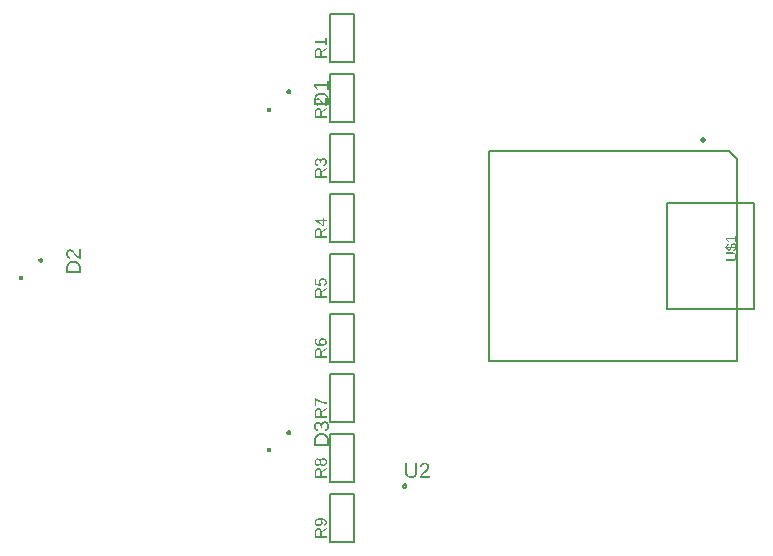
<source format=gbr>
G04 EAGLE Gerber RS-274X export*
G75*
%MOMM*%
%FSLAX34Y34*%
%LPD*%
%INSilkscreen Top*%
%IPPOS*%
%AMOC8*
5,1,8,0,0,1.08239X$1,22.5*%
G01*
G04 Define Apertures*
%ADD10R,0.400000X0.400000*%
%ADD11C,0.127000*%
%ADD12C,0.508000*%
%ADD13C,0.200000*%
G36*
X363400Y523542D02*
X351059Y523542D01*
X351059Y527624D01*
X351065Y528010D01*
X351084Y528385D01*
X351115Y528749D01*
X351158Y529102D01*
X351213Y529444D01*
X351280Y529774D01*
X351360Y530093D01*
X351452Y530401D01*
X351557Y530698D01*
X351673Y530984D01*
X351802Y531258D01*
X351944Y531522D01*
X352097Y531774D01*
X352263Y532015D01*
X352441Y532244D01*
X352631Y532463D01*
X352833Y532669D01*
X353045Y532862D01*
X353268Y533042D01*
X353500Y533208D01*
X353744Y533361D01*
X353997Y533501D01*
X354261Y533627D01*
X354535Y533740D01*
X354820Y533840D01*
X355115Y533927D01*
X355420Y534000D01*
X355736Y534060D01*
X356062Y534106D01*
X356399Y534140D01*
X356745Y534160D01*
X357103Y534166D01*
X357573Y534155D01*
X358027Y534120D01*
X358468Y534062D01*
X358893Y533980D01*
X359303Y533876D01*
X359698Y533748D01*
X360079Y533596D01*
X360444Y533422D01*
X360792Y533226D01*
X361118Y533011D01*
X361424Y532776D01*
X361709Y532522D01*
X361972Y532248D01*
X362215Y531955D01*
X362437Y531643D01*
X362638Y531311D01*
X362817Y530963D01*
X362971Y530602D01*
X363102Y530227D01*
X363210Y529840D01*
X363293Y529439D01*
X363352Y529025D01*
X363388Y528598D01*
X363400Y528158D01*
X363400Y523542D01*
G37*
%LPC*%
G36*
X362060Y525215D02*
X362060Y527965D01*
X362051Y528300D01*
X362023Y528624D01*
X361976Y528937D01*
X361911Y529241D01*
X361827Y529534D01*
X361725Y529817D01*
X361604Y530090D01*
X361464Y530352D01*
X361307Y530602D01*
X361134Y530837D01*
X360944Y531057D01*
X360737Y531262D01*
X360515Y531452D01*
X360275Y531627D01*
X360020Y531788D01*
X359748Y531933D01*
X359461Y532062D01*
X359162Y532174D01*
X358850Y532269D01*
X358526Y532347D01*
X358189Y532407D01*
X357839Y532450D01*
X357477Y532476D01*
X357103Y532485D01*
X356546Y532465D01*
X356023Y532406D01*
X355535Y532308D01*
X355081Y532171D01*
X354660Y531994D01*
X354274Y531778D01*
X353922Y531522D01*
X353604Y531228D01*
X353321Y530896D01*
X353077Y530529D01*
X352870Y530127D01*
X352700Y529690D01*
X352569Y529217D01*
X352475Y528710D01*
X352418Y528167D01*
X352399Y527589D01*
X352399Y525215D01*
X362060Y525215D01*
G37*
%LPD*%
G36*
X363400Y536375D02*
X362060Y536375D01*
X362060Y539519D01*
X352566Y539519D01*
X354554Y536734D01*
X353065Y536734D01*
X351059Y539650D01*
X351059Y541104D01*
X362060Y541104D01*
X362060Y544108D01*
X363400Y544108D01*
X363400Y536375D01*
G37*
G36*
X153400Y381142D02*
X141059Y381142D01*
X141059Y385224D01*
X141065Y385610D01*
X141084Y385985D01*
X141115Y386349D01*
X141158Y386702D01*
X141213Y387044D01*
X141280Y387374D01*
X141360Y387693D01*
X141452Y388001D01*
X141557Y388298D01*
X141673Y388584D01*
X141802Y388858D01*
X141944Y389122D01*
X142097Y389374D01*
X142263Y389615D01*
X142441Y389844D01*
X142631Y390063D01*
X142833Y390269D01*
X143045Y390462D01*
X143268Y390642D01*
X143500Y390808D01*
X143744Y390961D01*
X143997Y391101D01*
X144261Y391227D01*
X144535Y391340D01*
X144820Y391440D01*
X145115Y391527D01*
X145420Y391600D01*
X145736Y391660D01*
X146062Y391706D01*
X146399Y391740D01*
X146745Y391760D01*
X147103Y391766D01*
X147573Y391755D01*
X148027Y391720D01*
X148468Y391662D01*
X148893Y391580D01*
X149303Y391476D01*
X149698Y391348D01*
X150079Y391196D01*
X150444Y391022D01*
X150792Y390826D01*
X151118Y390611D01*
X151424Y390376D01*
X151709Y390122D01*
X151972Y389848D01*
X152215Y389555D01*
X152437Y389243D01*
X152638Y388911D01*
X152817Y388563D01*
X152971Y388202D01*
X153102Y387827D01*
X153210Y387440D01*
X153293Y387039D01*
X153352Y386625D01*
X153388Y386198D01*
X153400Y385758D01*
X153400Y381142D01*
G37*
%LPC*%
G36*
X152060Y382815D02*
X152060Y385565D01*
X152051Y385900D01*
X152023Y386224D01*
X151976Y386537D01*
X151911Y386841D01*
X151827Y387134D01*
X151725Y387417D01*
X151604Y387690D01*
X151464Y387952D01*
X151307Y388202D01*
X151134Y388437D01*
X150944Y388657D01*
X150737Y388862D01*
X150515Y389052D01*
X150275Y389227D01*
X150020Y389388D01*
X149748Y389533D01*
X149461Y389662D01*
X149162Y389774D01*
X148850Y389869D01*
X148526Y389947D01*
X148189Y390007D01*
X147839Y390050D01*
X147477Y390076D01*
X147103Y390085D01*
X146546Y390065D01*
X146023Y390006D01*
X145535Y389908D01*
X145081Y389771D01*
X144660Y389594D01*
X144274Y389378D01*
X143922Y389122D01*
X143604Y388828D01*
X143321Y388496D01*
X143077Y388129D01*
X142870Y387727D01*
X142700Y387290D01*
X142569Y386817D01*
X142475Y386310D01*
X142418Y385767D01*
X142399Y385189D01*
X142399Y382815D01*
X152060Y382815D01*
G37*
%LPD*%
G36*
X153400Y393510D02*
X152288Y393510D01*
X151790Y393746D01*
X151323Y394006D01*
X150886Y394291D01*
X150479Y394601D01*
X150096Y394927D01*
X149732Y395261D01*
X149387Y395603D01*
X149060Y395954D01*
X148448Y396660D01*
X147882Y397360D01*
X147339Y398022D01*
X146796Y398617D01*
X146521Y398884D01*
X146240Y399124D01*
X145952Y399337D01*
X145657Y399523D01*
X145350Y399675D01*
X145022Y399783D01*
X144675Y399848D01*
X144309Y399869D01*
X144062Y399860D01*
X143829Y399832D01*
X143611Y399785D01*
X143407Y399720D01*
X143217Y399636D01*
X143041Y399534D01*
X142879Y399413D01*
X142732Y399274D01*
X142601Y399117D01*
X142487Y398947D01*
X142391Y398762D01*
X142312Y398562D01*
X142250Y398348D01*
X142207Y398119D01*
X142180Y397876D01*
X142172Y397618D01*
X142180Y397372D01*
X142206Y397137D01*
X142249Y396913D01*
X142308Y396700D01*
X142385Y396498D01*
X142479Y396307D01*
X142591Y396127D01*
X142719Y395958D01*
X142863Y395804D01*
X143020Y395666D01*
X143192Y395545D01*
X143377Y395441D01*
X143576Y395353D01*
X143789Y395283D01*
X144016Y395229D01*
X144256Y395192D01*
X144107Y393581D01*
X143747Y393638D01*
X143405Y393725D01*
X143082Y393839D01*
X142778Y393982D01*
X142493Y394154D01*
X142227Y394353D01*
X141980Y394581D01*
X141751Y394837D01*
X141546Y395117D01*
X141368Y395417D01*
X141217Y395735D01*
X141094Y396073D01*
X140998Y396431D01*
X140930Y396807D01*
X140889Y397203D01*
X140875Y397618D01*
X140889Y398071D01*
X140930Y398497D01*
X140999Y398896D01*
X141095Y399268D01*
X141219Y399613D01*
X141370Y399931D01*
X141549Y400222D01*
X141756Y400487D01*
X141987Y400722D01*
X142242Y400925D01*
X142520Y401098D01*
X142821Y401239D01*
X143145Y401348D01*
X143492Y401427D01*
X143863Y401474D01*
X144256Y401489D01*
X144615Y401469D01*
X144972Y401407D01*
X145328Y401305D01*
X145684Y401161D01*
X146038Y400977D01*
X146393Y400753D01*
X146748Y400489D01*
X147103Y400184D01*
X147506Y399786D01*
X148007Y399241D01*
X148605Y398547D01*
X149301Y397706D01*
X149703Y397228D01*
X150084Y396801D01*
X150445Y396426D01*
X150786Y396103D01*
X151113Y395826D01*
X151435Y395591D01*
X151750Y395397D01*
X152060Y395245D01*
X152060Y401682D01*
X153400Y401682D01*
X153400Y393510D01*
G37*
G36*
X363400Y235242D02*
X351059Y235242D01*
X351059Y239324D01*
X351065Y239710D01*
X351084Y240085D01*
X351115Y240449D01*
X351158Y240802D01*
X351213Y241144D01*
X351280Y241474D01*
X351360Y241793D01*
X351452Y242101D01*
X351557Y242398D01*
X351673Y242684D01*
X351802Y242958D01*
X351944Y243222D01*
X352097Y243474D01*
X352263Y243715D01*
X352441Y243944D01*
X352631Y244163D01*
X352833Y244369D01*
X353045Y244562D01*
X353268Y244742D01*
X353500Y244908D01*
X353744Y245061D01*
X353997Y245201D01*
X354261Y245327D01*
X354535Y245440D01*
X354820Y245540D01*
X355115Y245627D01*
X355420Y245700D01*
X355736Y245760D01*
X356062Y245806D01*
X356399Y245840D01*
X356745Y245860D01*
X357103Y245866D01*
X357573Y245855D01*
X358027Y245820D01*
X358468Y245762D01*
X358893Y245680D01*
X359303Y245576D01*
X359698Y245448D01*
X360079Y245296D01*
X360444Y245122D01*
X360792Y244926D01*
X361118Y244711D01*
X361424Y244476D01*
X361709Y244222D01*
X361972Y243948D01*
X362215Y243655D01*
X362437Y243343D01*
X362638Y243011D01*
X362817Y242663D01*
X362971Y242302D01*
X363102Y241927D01*
X363210Y241540D01*
X363293Y241139D01*
X363352Y240725D01*
X363388Y240298D01*
X363400Y239858D01*
X363400Y235242D01*
G37*
%LPC*%
G36*
X362060Y236915D02*
X362060Y239665D01*
X362051Y240000D01*
X362023Y240324D01*
X361976Y240637D01*
X361911Y240941D01*
X361827Y241234D01*
X361725Y241517D01*
X361604Y241790D01*
X361464Y242052D01*
X361307Y242302D01*
X361134Y242537D01*
X360944Y242757D01*
X360737Y242962D01*
X360515Y243152D01*
X360275Y243327D01*
X360020Y243488D01*
X359748Y243633D01*
X359461Y243762D01*
X359162Y243874D01*
X358850Y243969D01*
X358526Y244047D01*
X358189Y244107D01*
X357839Y244150D01*
X357477Y244176D01*
X357103Y244185D01*
X356546Y244165D01*
X356023Y244106D01*
X355535Y244008D01*
X355081Y243871D01*
X354660Y243694D01*
X354274Y243478D01*
X353922Y243222D01*
X353604Y242928D01*
X353321Y242596D01*
X353077Y242229D01*
X352870Y241827D01*
X352700Y241390D01*
X352569Y240917D01*
X352475Y240410D01*
X352418Y239867D01*
X352399Y239289D01*
X352399Y236915D01*
X362060Y236915D01*
G37*
%LPD*%
G36*
X360229Y247391D02*
X360081Y249021D01*
X360346Y249068D01*
X360594Y249132D01*
X360825Y249211D01*
X361039Y249307D01*
X361235Y249419D01*
X361415Y249546D01*
X361577Y249690D01*
X361723Y249850D01*
X361851Y250027D01*
X361962Y250219D01*
X362056Y250427D01*
X362133Y250651D01*
X362193Y250892D01*
X362236Y251148D01*
X362262Y251421D01*
X362270Y251709D01*
X362261Y251999D01*
X362234Y252273D01*
X362188Y252531D01*
X362123Y252773D01*
X362041Y252998D01*
X361940Y253208D01*
X361821Y253402D01*
X361683Y253579D01*
X361528Y253738D01*
X361354Y253876D01*
X361163Y253993D01*
X360954Y254088D01*
X360727Y254163D01*
X360483Y254216D01*
X360221Y254248D01*
X359940Y254258D01*
X359696Y254246D01*
X359464Y254210D01*
X359247Y254149D01*
X359044Y254064D01*
X358854Y253955D01*
X358678Y253822D01*
X358516Y253665D01*
X358368Y253483D01*
X358236Y253279D01*
X358121Y253053D01*
X358024Y252805D01*
X357945Y252536D01*
X357883Y252246D01*
X357839Y251934D01*
X357812Y251600D01*
X357803Y251245D01*
X357803Y250352D01*
X356437Y250352D01*
X356437Y251210D01*
X356428Y251525D01*
X356402Y251822D01*
X356358Y252100D01*
X356296Y252361D01*
X356216Y252603D01*
X356119Y252827D01*
X356004Y253033D01*
X355872Y253220D01*
X355724Y253388D01*
X355563Y253533D01*
X355387Y253655D01*
X355199Y253756D01*
X354997Y253834D01*
X354781Y253889D01*
X354552Y253923D01*
X354309Y253934D01*
X354068Y253925D01*
X353840Y253898D01*
X353625Y253852D01*
X353423Y253789D01*
X353234Y253707D01*
X353058Y253606D01*
X352895Y253488D01*
X352745Y253352D01*
X352611Y253197D01*
X352494Y253025D01*
X352396Y252835D01*
X352315Y252628D01*
X352252Y252403D01*
X352207Y252160D01*
X352181Y251900D01*
X352172Y251622D01*
X352180Y251368D01*
X352205Y251126D01*
X352247Y250896D01*
X352305Y250679D01*
X352380Y250475D01*
X352472Y250283D01*
X352581Y250103D01*
X352706Y249936D01*
X352846Y249783D01*
X353000Y249648D01*
X353168Y249529D01*
X353350Y249427D01*
X353545Y249342D01*
X353754Y249273D01*
X353976Y249222D01*
X354212Y249187D01*
X354090Y247602D01*
X353721Y247660D01*
X353374Y247746D01*
X353047Y247861D01*
X352741Y248003D01*
X352456Y248175D01*
X352191Y248374D01*
X351948Y248602D01*
X351725Y248859D01*
X351526Y249139D01*
X351353Y249438D01*
X351207Y249757D01*
X351088Y250095D01*
X350995Y250452D01*
X350928Y250828D01*
X350889Y251224D01*
X350875Y251639D01*
X350889Y252091D01*
X350929Y252516D01*
X350997Y252916D01*
X351091Y253289D01*
X351212Y253637D01*
X351361Y253959D01*
X351536Y254255D01*
X351738Y254525D01*
X351964Y254767D01*
X352212Y254976D01*
X352481Y255152D01*
X352770Y255297D01*
X353082Y255410D01*
X353414Y255490D01*
X353767Y255538D01*
X354142Y255554D01*
X354431Y255544D01*
X354706Y255513D01*
X354967Y255461D01*
X355214Y255389D01*
X355447Y255296D01*
X355667Y255182D01*
X355873Y255048D01*
X356065Y254893D01*
X356242Y254718D01*
X356405Y254525D01*
X356553Y254313D01*
X356686Y254082D01*
X356803Y253832D01*
X356906Y253564D01*
X356994Y253277D01*
X357068Y252971D01*
X357103Y252971D01*
X357150Y253307D01*
X357216Y253624D01*
X357303Y253922D01*
X357409Y254201D01*
X357535Y254461D01*
X357681Y254702D01*
X357846Y254923D01*
X358031Y255125D01*
X358232Y255306D01*
X358446Y255462D01*
X358672Y255595D01*
X358911Y255703D01*
X359163Y255788D01*
X359427Y255848D01*
X359704Y255884D01*
X359993Y255896D01*
X360408Y255879D01*
X360799Y255828D01*
X361166Y255743D01*
X361508Y255625D01*
X361827Y255472D01*
X362121Y255285D01*
X362392Y255065D01*
X362638Y254810D01*
X362858Y254524D01*
X363048Y254209D01*
X363209Y253865D01*
X363341Y253492D01*
X363443Y253090D01*
X363517Y252659D01*
X363561Y252199D01*
X363575Y251709D01*
X363562Y251253D01*
X363522Y250820D01*
X363456Y250410D01*
X363364Y250025D01*
X363245Y249662D01*
X363100Y249324D01*
X362928Y249009D01*
X362730Y248718D01*
X362506Y248453D01*
X362257Y248217D01*
X361982Y248008D01*
X361682Y247828D01*
X361357Y247677D01*
X361006Y247553D01*
X360631Y247458D01*
X360229Y247391D01*
G37*
G36*
X361500Y563797D02*
X351632Y563797D01*
X351632Y568440D01*
X351643Y568845D01*
X351678Y569226D01*
X351737Y569583D01*
X351818Y569917D01*
X351923Y570227D01*
X352051Y570513D01*
X352203Y570775D01*
X352378Y571014D01*
X352573Y571227D01*
X352787Y571411D01*
X353019Y571567D01*
X353270Y571694D01*
X353538Y571793D01*
X353825Y571864D01*
X354131Y571907D01*
X354454Y571921D01*
X354724Y571911D01*
X354982Y571881D01*
X355230Y571831D01*
X355466Y571761D01*
X355692Y571671D01*
X355907Y571561D01*
X356110Y571430D01*
X356303Y571280D01*
X356482Y571112D01*
X356643Y570929D01*
X356787Y570731D01*
X356840Y570642D01*
X356914Y570518D01*
X357024Y570289D01*
X357116Y570045D01*
X357191Y569786D01*
X357249Y569512D01*
X359058Y570704D01*
X361500Y572313D01*
X361500Y570772D01*
X357403Y568209D01*
X357403Y565134D01*
X361500Y565134D01*
X361500Y563797D01*
G37*
%LPC*%
G36*
X356345Y565134D02*
X356345Y568363D01*
X356338Y568620D01*
X356314Y568862D01*
X356276Y569089D01*
X356222Y569301D01*
X356152Y569498D01*
X356068Y569680D01*
X355967Y569847D01*
X355851Y569998D01*
X355722Y570134D01*
X355580Y570251D01*
X355426Y570351D01*
X355259Y570432D01*
X355080Y570495D01*
X354888Y570540D01*
X354684Y570567D01*
X354468Y570576D01*
X354259Y570567D01*
X354063Y570540D01*
X353880Y570494D01*
X353709Y570430D01*
X353551Y570348D01*
X353407Y570247D01*
X353274Y570129D01*
X353155Y569991D01*
X353049Y569837D01*
X352957Y569667D01*
X352880Y569480D01*
X352816Y569278D01*
X352767Y569059D01*
X352732Y568825D01*
X352710Y568574D01*
X352703Y568307D01*
X352703Y565134D01*
X356345Y565134D01*
G37*
%LPD*%
G36*
X361500Y574056D02*
X360428Y574056D01*
X360428Y576571D01*
X352836Y576571D01*
X354426Y574343D01*
X353236Y574343D01*
X351632Y576676D01*
X351632Y577838D01*
X360428Y577838D01*
X360428Y580241D01*
X361500Y580241D01*
X361500Y574056D01*
G37*
G36*
X361500Y512997D02*
X351632Y512997D01*
X351632Y517640D01*
X351643Y518045D01*
X351678Y518426D01*
X351737Y518783D01*
X351818Y519117D01*
X351923Y519427D01*
X352051Y519713D01*
X352203Y519975D01*
X352378Y520214D01*
X352573Y520427D01*
X352787Y520611D01*
X353019Y520767D01*
X353270Y520894D01*
X353538Y520993D01*
X353825Y521064D01*
X354131Y521107D01*
X354454Y521121D01*
X354724Y521111D01*
X354982Y521081D01*
X355230Y521031D01*
X355466Y520961D01*
X355692Y520871D01*
X355907Y520761D01*
X356110Y520630D01*
X356303Y520480D01*
X356482Y520312D01*
X356643Y520129D01*
X356787Y519931D01*
X356840Y519842D01*
X356914Y519718D01*
X357024Y519489D01*
X357116Y519245D01*
X357191Y518986D01*
X357249Y518712D01*
X359058Y519904D01*
X361500Y521513D01*
X361500Y519972D01*
X357403Y517409D01*
X357403Y514334D01*
X361500Y514334D01*
X361500Y512997D01*
G37*
%LPC*%
G36*
X356345Y514334D02*
X356345Y517563D01*
X356338Y517820D01*
X356314Y518062D01*
X356276Y518289D01*
X356222Y518501D01*
X356152Y518698D01*
X356068Y518880D01*
X355967Y519047D01*
X355851Y519198D01*
X355722Y519334D01*
X355580Y519451D01*
X355426Y519551D01*
X355259Y519632D01*
X355080Y519695D01*
X354888Y519740D01*
X354684Y519767D01*
X354468Y519776D01*
X354259Y519767D01*
X354063Y519740D01*
X353880Y519694D01*
X353709Y519630D01*
X353551Y519548D01*
X353407Y519447D01*
X353274Y519329D01*
X353155Y519191D01*
X353049Y519037D01*
X352957Y518867D01*
X352880Y518680D01*
X352816Y518478D01*
X352767Y518259D01*
X352732Y518025D01*
X352710Y517774D01*
X352703Y517507D01*
X352703Y514334D01*
X356345Y514334D01*
G37*
%LPD*%
G36*
X361500Y522885D02*
X360611Y522885D01*
X360213Y523074D01*
X359839Y523282D01*
X359490Y523510D01*
X359164Y523757D01*
X358567Y524285D01*
X358030Y524839D01*
X357540Y525404D01*
X357088Y525963D01*
X356653Y526493D01*
X356219Y526968D01*
X355999Y527182D01*
X355774Y527374D01*
X355544Y527544D01*
X355309Y527693D01*
X355063Y527814D01*
X354801Y527901D01*
X354523Y527953D01*
X354230Y527970D01*
X354033Y527962D01*
X353847Y527940D01*
X353672Y527903D01*
X353509Y527851D01*
X353357Y527784D01*
X353216Y527702D01*
X353087Y527605D01*
X352969Y527494D01*
X352864Y527369D01*
X352773Y527232D01*
X352696Y527084D01*
X352633Y526925D01*
X352584Y526753D01*
X352549Y526570D01*
X352528Y526376D01*
X352521Y526170D01*
X352528Y525973D01*
X352549Y525785D01*
X352583Y525606D01*
X352631Y525435D01*
X352692Y525274D01*
X352767Y525121D01*
X352959Y524843D01*
X353074Y524719D01*
X353200Y524609D01*
X353337Y524512D01*
X353485Y524429D01*
X353644Y524359D01*
X353814Y524302D01*
X353996Y524259D01*
X354188Y524230D01*
X354069Y522941D01*
X353781Y522988D01*
X353507Y523057D01*
X353249Y523148D01*
X353006Y523262D01*
X352778Y523399D01*
X352565Y523559D01*
X352368Y523741D01*
X352185Y523946D01*
X352021Y524170D01*
X351879Y524410D01*
X351758Y524664D01*
X351660Y524935D01*
X351583Y525220D01*
X351528Y525521D01*
X351496Y525838D01*
X351485Y526170D01*
X351496Y526532D01*
X351529Y526873D01*
X351584Y527192D01*
X351661Y527489D01*
X351760Y527765D01*
X351881Y528020D01*
X352024Y528252D01*
X352189Y528464D01*
X352374Y528652D01*
X352577Y528814D01*
X352800Y528952D01*
X353040Y529065D01*
X353300Y529153D01*
X353577Y529215D01*
X353873Y529253D01*
X354188Y529266D01*
X354475Y529249D01*
X354761Y529200D01*
X355046Y529118D01*
X355330Y529003D01*
X355613Y528856D01*
X355897Y528676D01*
X356181Y528465D01*
X356464Y528222D01*
X356787Y527904D01*
X357187Y527467D01*
X357666Y526913D01*
X358222Y526240D01*
X358848Y525517D01*
X359137Y525217D01*
X359409Y524958D01*
X359671Y524737D01*
X359929Y524549D01*
X360181Y524394D01*
X360428Y524272D01*
X360428Y529420D01*
X361500Y529420D01*
X361500Y522885D01*
G37*
G36*
X361500Y462197D02*
X351632Y462197D01*
X351632Y466840D01*
X351643Y467245D01*
X351678Y467626D01*
X351737Y467983D01*
X351818Y468317D01*
X351923Y468627D01*
X352051Y468913D01*
X352203Y469175D01*
X352378Y469414D01*
X352573Y469627D01*
X352787Y469811D01*
X353019Y469967D01*
X353270Y470094D01*
X353538Y470193D01*
X353825Y470264D01*
X354131Y470307D01*
X354454Y470321D01*
X354724Y470311D01*
X354982Y470281D01*
X355230Y470231D01*
X355466Y470161D01*
X355692Y470071D01*
X355907Y469961D01*
X356110Y469830D01*
X356303Y469680D01*
X356482Y469512D01*
X356643Y469329D01*
X356787Y469131D01*
X356840Y469042D01*
X356914Y468918D01*
X357024Y468689D01*
X357116Y468445D01*
X357191Y468186D01*
X357249Y467912D01*
X359058Y469104D01*
X361500Y470713D01*
X361500Y469172D01*
X357403Y466609D01*
X357403Y463534D01*
X361500Y463534D01*
X361500Y462197D01*
G37*
%LPC*%
G36*
X356345Y463534D02*
X356345Y466763D01*
X356338Y467020D01*
X356314Y467262D01*
X356276Y467489D01*
X356222Y467701D01*
X356152Y467898D01*
X356068Y468080D01*
X355967Y468247D01*
X355851Y468398D01*
X355722Y468534D01*
X355580Y468651D01*
X355426Y468751D01*
X355259Y468832D01*
X355080Y468895D01*
X354888Y468940D01*
X354684Y468967D01*
X354468Y468976D01*
X354259Y468967D01*
X354063Y468940D01*
X353880Y468894D01*
X353709Y468830D01*
X353551Y468748D01*
X353407Y468647D01*
X353274Y468529D01*
X353155Y468391D01*
X353049Y468237D01*
X352957Y468067D01*
X352880Y467880D01*
X352816Y467678D01*
X352767Y467459D01*
X352732Y467225D01*
X352710Y466974D01*
X352703Y466707D01*
X352703Y463534D01*
X356345Y463534D01*
G37*
%LPD*%
G36*
X358965Y471910D02*
X358846Y473213D01*
X359058Y473251D01*
X359256Y473302D01*
X359441Y473365D01*
X359612Y473442D01*
X359769Y473531D01*
X359913Y473633D01*
X360043Y473748D01*
X360159Y473876D01*
X360261Y474017D01*
X360350Y474171D01*
X360426Y474337D01*
X360487Y474517D01*
X360535Y474709D01*
X360569Y474914D01*
X360590Y475132D01*
X360597Y475363D01*
X360589Y475595D01*
X360567Y475814D01*
X360531Y476020D01*
X360479Y476213D01*
X360413Y476394D01*
X360333Y476561D01*
X360237Y476716D01*
X360127Y476858D01*
X360003Y476985D01*
X359864Y477096D01*
X359711Y477189D01*
X359544Y477265D01*
X359363Y477325D01*
X359167Y477367D01*
X358958Y477393D01*
X358734Y477401D01*
X358538Y477391D01*
X358353Y477362D01*
X358179Y477314D01*
X358017Y477246D01*
X357865Y477159D01*
X357724Y477052D01*
X357595Y476926D01*
X357476Y476781D01*
X357370Y476618D01*
X357279Y476437D01*
X357201Y476239D01*
X357138Y476024D01*
X357088Y475792D01*
X357053Y475542D01*
X357032Y475276D01*
X357025Y474992D01*
X357025Y474277D01*
X355932Y474277D01*
X355932Y474964D01*
X355925Y475216D01*
X355904Y475453D01*
X355868Y475676D01*
X355819Y475884D01*
X355756Y476077D01*
X355678Y476257D01*
X355586Y476421D01*
X355480Y476571D01*
X355362Y476705D01*
X355233Y476821D01*
X355093Y476919D01*
X354942Y476999D01*
X354780Y477062D01*
X354608Y477106D01*
X354424Y477133D01*
X354230Y477142D01*
X354037Y477135D01*
X353855Y477113D01*
X353683Y477076D01*
X353522Y477025D01*
X353371Y476960D01*
X353230Y476880D01*
X353100Y476785D01*
X352980Y476676D01*
X352872Y476553D01*
X352779Y476415D01*
X352700Y476263D01*
X352636Y476097D01*
X352586Y475917D01*
X352550Y475723D01*
X352528Y475515D01*
X352521Y475293D01*
X352528Y475089D01*
X352548Y474896D01*
X352581Y474713D01*
X352628Y474539D01*
X352688Y474376D01*
X352761Y474222D01*
X352848Y474078D01*
X352948Y473945D01*
X353061Y473823D01*
X353184Y473714D01*
X353318Y473619D01*
X353463Y473538D01*
X353619Y473469D01*
X353786Y473415D01*
X353964Y473374D01*
X354153Y473346D01*
X354055Y472078D01*
X353760Y472124D01*
X353482Y472193D01*
X353221Y472285D01*
X352976Y472399D01*
X352748Y472536D01*
X352537Y472696D01*
X352342Y472878D01*
X352164Y473083D01*
X352005Y473307D01*
X351867Y473547D01*
X351750Y473801D01*
X351654Y474072D01*
X351580Y474357D01*
X351527Y474658D01*
X351495Y474975D01*
X351485Y475307D01*
X351495Y475668D01*
X351528Y476008D01*
X351582Y476327D01*
X351657Y476626D01*
X351754Y476904D01*
X351873Y477162D01*
X352013Y477399D01*
X352174Y477615D01*
X352355Y477808D01*
X352553Y477975D01*
X352768Y478116D01*
X353000Y478232D01*
X353249Y478322D01*
X353515Y478386D01*
X353797Y478425D01*
X354097Y478438D01*
X354328Y478429D01*
X354548Y478405D01*
X354756Y478363D01*
X354954Y478305D01*
X355141Y478231D01*
X355316Y478140D01*
X355481Y478033D01*
X355634Y477909D01*
X355776Y477769D01*
X355906Y477614D01*
X356025Y477445D01*
X356131Y477260D01*
X356225Y477060D01*
X356307Y476846D01*
X356378Y476616D01*
X356436Y476371D01*
X356464Y476371D01*
X356502Y476640D01*
X356555Y476894D01*
X356625Y477132D01*
X356709Y477355D01*
X356810Y477563D01*
X356927Y477756D01*
X357059Y477933D01*
X357207Y478094D01*
X357368Y478239D01*
X357539Y478364D01*
X357720Y478470D01*
X357911Y478557D01*
X358112Y478624D01*
X358323Y478672D01*
X358544Y478701D01*
X358776Y478711D01*
X359107Y478697D01*
X359420Y478656D01*
X359713Y478589D01*
X359987Y478494D01*
X360242Y478371D01*
X360477Y478222D01*
X360694Y478046D01*
X360891Y477842D01*
X361066Y477614D01*
X361219Y477362D01*
X361347Y477086D01*
X361453Y476788D01*
X361535Y476467D01*
X361593Y476122D01*
X361628Y475754D01*
X361640Y475363D01*
X361630Y474998D01*
X361598Y474651D01*
X361545Y474324D01*
X361471Y474016D01*
X361376Y473726D01*
X361260Y473455D01*
X361123Y473204D01*
X360964Y472971D01*
X360785Y472759D01*
X360586Y472570D01*
X360366Y472403D01*
X360126Y472259D01*
X359866Y472138D01*
X359586Y472039D01*
X359285Y471963D01*
X358965Y471910D01*
G37*
G36*
X361500Y411397D02*
X351632Y411397D01*
X351632Y416040D01*
X351643Y416445D01*
X351678Y416826D01*
X351737Y417183D01*
X351818Y417517D01*
X351923Y417827D01*
X352051Y418113D01*
X352203Y418375D01*
X352378Y418614D01*
X352573Y418827D01*
X352787Y419011D01*
X353019Y419167D01*
X353270Y419294D01*
X353538Y419393D01*
X353825Y419464D01*
X354131Y419507D01*
X354454Y419521D01*
X354724Y419511D01*
X354982Y419481D01*
X355230Y419431D01*
X355466Y419361D01*
X355692Y419271D01*
X355907Y419161D01*
X356110Y419030D01*
X356303Y418880D01*
X356482Y418712D01*
X356643Y418529D01*
X356787Y418331D01*
X356840Y418242D01*
X356914Y418118D01*
X357024Y417889D01*
X357116Y417645D01*
X357191Y417386D01*
X357249Y417112D01*
X359058Y418304D01*
X361500Y419913D01*
X361500Y418372D01*
X357403Y415809D01*
X357403Y412734D01*
X361500Y412734D01*
X361500Y411397D01*
G37*
%LPC*%
G36*
X356345Y412734D02*
X356345Y415963D01*
X356338Y416220D01*
X356314Y416462D01*
X356276Y416689D01*
X356222Y416901D01*
X356152Y417098D01*
X356068Y417280D01*
X355967Y417447D01*
X355851Y417598D01*
X355722Y417734D01*
X355580Y417851D01*
X355426Y417951D01*
X355259Y418032D01*
X355080Y418095D01*
X354888Y418140D01*
X354684Y418167D01*
X354468Y418176D01*
X354259Y418167D01*
X354063Y418140D01*
X353880Y418094D01*
X353709Y418030D01*
X353551Y417948D01*
X353407Y417847D01*
X353274Y417729D01*
X353155Y417591D01*
X353049Y417437D01*
X352957Y417267D01*
X352880Y417080D01*
X352816Y416878D01*
X352767Y416659D01*
X352732Y416425D01*
X352710Y416174D01*
X352703Y415907D01*
X352703Y412734D01*
X356345Y412734D01*
G37*
%LPD*%
G36*
X359266Y420893D02*
X358285Y420893D01*
X351632Y425410D01*
X351632Y426734D01*
X358271Y426734D01*
X358271Y428121D01*
X359266Y428121D01*
X359266Y426734D01*
X361500Y426734D01*
X361500Y425543D01*
X359266Y425543D01*
X359266Y420893D01*
G37*
%LPC*%
G36*
X358271Y422056D02*
X358271Y425543D01*
X353053Y425543D01*
X353425Y425347D01*
X353887Y425074D01*
X357613Y422546D01*
X358131Y422168D01*
X358271Y422056D01*
G37*
%LPD*%
G36*
X361500Y360597D02*
X351632Y360597D01*
X351632Y365240D01*
X351643Y365645D01*
X351678Y366026D01*
X351737Y366383D01*
X351818Y366717D01*
X351923Y367027D01*
X352051Y367313D01*
X352203Y367575D01*
X352378Y367814D01*
X352573Y368027D01*
X352787Y368211D01*
X353019Y368367D01*
X353270Y368494D01*
X353538Y368593D01*
X353825Y368664D01*
X354131Y368707D01*
X354454Y368721D01*
X354724Y368711D01*
X354982Y368681D01*
X355230Y368631D01*
X355466Y368561D01*
X355692Y368471D01*
X355907Y368361D01*
X356110Y368230D01*
X356303Y368080D01*
X356482Y367912D01*
X356643Y367729D01*
X356787Y367531D01*
X356840Y367442D01*
X356914Y367318D01*
X357024Y367089D01*
X357116Y366845D01*
X357191Y366586D01*
X357249Y366312D01*
X359058Y367504D01*
X361500Y369113D01*
X361500Y367572D01*
X357403Y365009D01*
X357403Y361934D01*
X361500Y361934D01*
X361500Y360597D01*
G37*
%LPC*%
G36*
X356345Y361934D02*
X356345Y365163D01*
X356338Y365420D01*
X356314Y365662D01*
X356276Y365889D01*
X356222Y366101D01*
X356152Y366298D01*
X356068Y366480D01*
X355967Y366647D01*
X355851Y366798D01*
X355722Y366934D01*
X355580Y367051D01*
X355426Y367151D01*
X355259Y367232D01*
X355080Y367295D01*
X354888Y367340D01*
X354684Y367367D01*
X354468Y367376D01*
X354259Y367367D01*
X354063Y367340D01*
X353880Y367294D01*
X353709Y367230D01*
X353551Y367148D01*
X353407Y367047D01*
X353274Y366929D01*
X353155Y366791D01*
X353049Y366637D01*
X352957Y366467D01*
X352880Y366280D01*
X352816Y366078D01*
X352767Y365859D01*
X352732Y365625D01*
X352710Y365374D01*
X352703Y365107D01*
X352703Y361934D01*
X356345Y361934D01*
G37*
%LPD*%
G36*
X359294Y370338D02*
X359147Y371613D01*
X359490Y371732D01*
X359787Y371891D01*
X360039Y372088D01*
X360245Y372325D01*
X360405Y372601D01*
X360519Y372917D01*
X360588Y373271D01*
X360611Y373665D01*
X360601Y373912D01*
X360572Y374145D01*
X360524Y374364D01*
X360457Y374570D01*
X360371Y374762D01*
X360266Y374940D01*
X360141Y375104D01*
X359998Y375255D01*
X359837Y375389D01*
X359663Y375506D01*
X359474Y375605D01*
X359270Y375685D01*
X359052Y375748D01*
X358820Y375793D01*
X358574Y375820D01*
X358313Y375829D01*
X358086Y375820D01*
X357870Y375793D01*
X357665Y375748D01*
X357471Y375685D01*
X357288Y375603D01*
X357117Y375504D01*
X356957Y375387D01*
X356807Y375251D01*
X356673Y375100D01*
X356556Y374937D01*
X356458Y374761D01*
X356377Y374573D01*
X356314Y374372D01*
X356269Y374158D01*
X356242Y373932D01*
X356233Y373693D01*
X356243Y373442D01*
X356273Y373199D01*
X356324Y372965D01*
X356394Y372740D01*
X356489Y372520D01*
X356611Y372299D01*
X356762Y372079D01*
X356941Y371858D01*
X356941Y370625D01*
X351632Y370954D01*
X351632Y376564D01*
X352703Y376564D01*
X352703Y372103D01*
X355834Y371914D01*
X355686Y372125D01*
X355558Y372349D01*
X355450Y372585D01*
X355361Y372833D01*
X355292Y373094D01*
X355243Y373368D01*
X355213Y373654D01*
X355204Y373952D01*
X355217Y374307D01*
X355257Y374643D01*
X355324Y374961D01*
X355417Y375261D01*
X355537Y375542D01*
X355684Y375804D01*
X355858Y376048D01*
X356058Y376274D01*
X356280Y376476D01*
X356518Y376652D01*
X356772Y376801D01*
X357042Y376922D01*
X357329Y377017D01*
X357631Y377085D01*
X357950Y377125D01*
X358285Y377139D01*
X358665Y377124D01*
X359025Y377081D01*
X359363Y377008D01*
X359681Y376907D01*
X359978Y376776D01*
X360254Y376617D01*
X360509Y376428D01*
X360744Y376211D01*
X360954Y375968D01*
X361136Y375702D01*
X361290Y375414D01*
X361416Y375103D01*
X361514Y374770D01*
X361584Y374415D01*
X361626Y374037D01*
X361640Y373637D01*
X361631Y373300D01*
X361602Y372980D01*
X361555Y372677D01*
X361490Y372390D01*
X361405Y372120D01*
X361301Y371867D01*
X361179Y371630D01*
X361038Y371410D01*
X360879Y371208D01*
X360703Y371025D01*
X360510Y370862D01*
X360301Y370718D01*
X360074Y370594D01*
X359831Y370489D01*
X359571Y370404D01*
X359294Y370338D01*
G37*
G36*
X361500Y309797D02*
X351632Y309797D01*
X351632Y314440D01*
X351643Y314845D01*
X351678Y315226D01*
X351737Y315583D01*
X351818Y315917D01*
X351923Y316227D01*
X352051Y316513D01*
X352203Y316775D01*
X352378Y317014D01*
X352573Y317227D01*
X352787Y317411D01*
X353019Y317567D01*
X353270Y317694D01*
X353538Y317793D01*
X353825Y317864D01*
X354131Y317907D01*
X354454Y317921D01*
X354724Y317911D01*
X354982Y317881D01*
X355230Y317831D01*
X355466Y317761D01*
X355692Y317671D01*
X355907Y317561D01*
X356110Y317430D01*
X356303Y317280D01*
X356482Y317112D01*
X356643Y316929D01*
X356787Y316731D01*
X356840Y316642D01*
X356914Y316518D01*
X357024Y316289D01*
X357116Y316045D01*
X357191Y315786D01*
X357249Y315512D01*
X359058Y316704D01*
X361500Y318313D01*
X361500Y316772D01*
X357403Y314209D01*
X357403Y311134D01*
X361500Y311134D01*
X361500Y309797D01*
G37*
%LPC*%
G36*
X356345Y311134D02*
X356345Y314363D01*
X356338Y314620D01*
X356314Y314862D01*
X356276Y315089D01*
X356222Y315301D01*
X356152Y315498D01*
X356068Y315680D01*
X355967Y315847D01*
X355851Y315998D01*
X355722Y316134D01*
X355580Y316251D01*
X355426Y316351D01*
X355259Y316432D01*
X355080Y316495D01*
X354888Y316540D01*
X354684Y316567D01*
X354468Y316576D01*
X354259Y316567D01*
X354063Y316540D01*
X353880Y316494D01*
X353709Y316430D01*
X353551Y316348D01*
X353407Y316247D01*
X353274Y316129D01*
X353155Y315991D01*
X353049Y315837D01*
X352957Y315667D01*
X352880Y315480D01*
X352816Y315278D01*
X352767Y315059D01*
X352732Y314825D01*
X352710Y314574D01*
X352703Y314307D01*
X352703Y311134D01*
X356345Y311134D01*
G37*
%LPD*%
G36*
X356793Y319692D02*
X356171Y319706D01*
X355586Y319749D01*
X355038Y319821D01*
X354528Y319922D01*
X354054Y320051D01*
X353618Y320208D01*
X353219Y320395D01*
X352857Y320610D01*
X352536Y320851D01*
X352257Y321117D01*
X352021Y321407D01*
X351828Y321721D01*
X351678Y322060D01*
X351570Y322423D01*
X351506Y322810D01*
X351485Y323222D01*
X351492Y323495D01*
X351516Y323755D01*
X351555Y324002D01*
X351610Y324236D01*
X351681Y324457D01*
X351767Y324665D01*
X351869Y324861D01*
X351987Y325043D01*
X352121Y325213D01*
X352270Y325369D01*
X352435Y325513D01*
X352615Y325644D01*
X352812Y325761D01*
X353024Y325866D01*
X353251Y325958D01*
X353495Y326038D01*
X353712Y324833D01*
X353429Y324726D01*
X353185Y324592D01*
X352978Y324430D01*
X352808Y324241D01*
X352677Y324024D01*
X352582Y323780D01*
X352526Y323508D01*
X352507Y323208D01*
X352523Y322946D01*
X352570Y322699D01*
X352649Y322468D01*
X352758Y322251D01*
X352900Y322050D01*
X353073Y321864D01*
X353277Y321693D01*
X353512Y321538D01*
X353778Y321399D01*
X354071Y321279D01*
X354393Y321177D01*
X354742Y321094D01*
X355120Y321029D01*
X355526Y320983D01*
X355960Y320955D01*
X356422Y320946D01*
X356123Y321135D01*
X355861Y321359D01*
X355638Y321618D01*
X355452Y321912D01*
X355307Y322235D01*
X355203Y322581D01*
X355140Y322950D01*
X355120Y323341D01*
X355133Y323674D01*
X355173Y323989D01*
X355240Y324286D01*
X355333Y324566D01*
X355453Y324828D01*
X355600Y325073D01*
X355774Y325299D01*
X355974Y325509D01*
X356197Y325697D01*
X356438Y325860D01*
X356698Y325997D01*
X356976Y326110D01*
X357272Y326198D01*
X357587Y326261D01*
X357920Y326298D01*
X358271Y326311D01*
X358651Y326297D01*
X359011Y326258D01*
X359350Y326192D01*
X359669Y326099D01*
X359966Y325980D01*
X360244Y325834D01*
X360500Y325662D01*
X360737Y325463D01*
X360948Y325241D01*
X361132Y324999D01*
X361287Y324737D01*
X361414Y324455D01*
X361513Y324152D01*
X361584Y323830D01*
X361626Y323487D01*
X361640Y323124D01*
X361621Y322720D01*
X361563Y322340D01*
X361466Y321984D01*
X361330Y321653D01*
X361156Y321347D01*
X360943Y321065D01*
X360691Y320807D01*
X360400Y320575D01*
X360073Y320368D01*
X359710Y320189D01*
X359312Y320037D01*
X358879Y319913D01*
X358410Y319816D01*
X357907Y319747D01*
X357368Y319706D01*
X356793Y319692D01*
G37*
%LPC*%
G36*
X358026Y321072D02*
X358305Y321081D01*
X358571Y321107D01*
X358824Y321151D01*
X359064Y321213D01*
X359292Y321292D01*
X359506Y321389D01*
X359708Y321504D01*
X359896Y321636D01*
X360067Y321782D01*
X360215Y321938D01*
X360340Y322103D01*
X360442Y322279D01*
X360522Y322465D01*
X360579Y322661D01*
X360613Y322866D01*
X360625Y323082D01*
X360615Y323303D01*
X360586Y323513D01*
X360538Y323710D01*
X360471Y323894D01*
X360385Y324067D01*
X360280Y324227D01*
X360155Y324375D01*
X360012Y324511D01*
X359851Y324632D01*
X359677Y324737D01*
X359488Y324827D01*
X359284Y324899D01*
X359066Y324956D01*
X358834Y324997D01*
X358588Y325021D01*
X358327Y325029D01*
X358067Y325021D01*
X357822Y324996D01*
X357593Y324955D01*
X357378Y324898D01*
X357179Y324824D01*
X356996Y324734D01*
X356827Y324627D01*
X356674Y324504D01*
X356538Y324366D01*
X356420Y324215D01*
X356320Y324052D01*
X356238Y323875D01*
X356175Y323686D01*
X356129Y323483D01*
X356102Y323268D01*
X356093Y323040D01*
X356101Y322825D01*
X356125Y322620D01*
X356166Y322426D01*
X356222Y322242D01*
X356294Y322070D01*
X356383Y321907D01*
X356487Y321756D01*
X356608Y321615D01*
X356743Y321487D01*
X356890Y321377D01*
X357049Y321284D01*
X357220Y321208D01*
X357403Y321148D01*
X357599Y321106D01*
X357806Y321080D01*
X358026Y321072D01*
G37*
%LPD*%
G36*
X361500Y258997D02*
X351632Y258997D01*
X351632Y263640D01*
X351643Y264045D01*
X351678Y264426D01*
X351737Y264783D01*
X351818Y265117D01*
X351923Y265427D01*
X352051Y265713D01*
X352203Y265975D01*
X352378Y266214D01*
X352573Y266427D01*
X352787Y266611D01*
X353019Y266767D01*
X353270Y266894D01*
X353538Y266993D01*
X353825Y267064D01*
X354131Y267107D01*
X354454Y267121D01*
X354724Y267111D01*
X354982Y267081D01*
X355230Y267031D01*
X355466Y266961D01*
X355692Y266871D01*
X355907Y266761D01*
X356110Y266630D01*
X356303Y266480D01*
X356482Y266312D01*
X356643Y266129D01*
X356787Y265931D01*
X356840Y265842D01*
X356914Y265718D01*
X357024Y265489D01*
X357116Y265245D01*
X357191Y264986D01*
X357249Y264712D01*
X359058Y265904D01*
X361500Y267513D01*
X361500Y265972D01*
X357403Y263409D01*
X357403Y260334D01*
X361500Y260334D01*
X361500Y258997D01*
G37*
%LPC*%
G36*
X356345Y260334D02*
X356345Y263563D01*
X356338Y263820D01*
X356314Y264062D01*
X356276Y264289D01*
X356222Y264501D01*
X356152Y264698D01*
X356068Y264880D01*
X355967Y265047D01*
X355851Y265198D01*
X355722Y265334D01*
X355580Y265451D01*
X355426Y265551D01*
X355259Y265632D01*
X355080Y265695D01*
X354888Y265740D01*
X354684Y265767D01*
X354468Y265776D01*
X354259Y265767D01*
X354063Y265740D01*
X353880Y265694D01*
X353709Y265630D01*
X353551Y265548D01*
X353407Y265447D01*
X353274Y265329D01*
X353155Y265191D01*
X353049Y265037D01*
X352957Y264867D01*
X352880Y264680D01*
X352816Y264478D01*
X352767Y264259D01*
X352732Y264025D01*
X352710Y263774D01*
X352703Y263507D01*
X352703Y260334D01*
X356345Y260334D01*
G37*
%LPD*%
G36*
X352703Y268899D02*
X351632Y268899D01*
X351632Y275420D01*
X352654Y275420D01*
X353747Y274719D01*
X354715Y274129D01*
X355558Y273651D01*
X356275Y273284D01*
X356928Y272991D01*
X357576Y272738D01*
X358220Y272524D01*
X358860Y272349D01*
X359503Y272212D01*
X360157Y272115D01*
X360823Y272056D01*
X361500Y272037D01*
X361500Y270720D01*
X361024Y270733D01*
X360542Y270770D01*
X360054Y270833D01*
X359559Y270921D01*
X359058Y271033D01*
X358551Y271171D01*
X358038Y271334D01*
X357518Y271522D01*
X356986Y271739D01*
X356433Y271990D01*
X355861Y272275D01*
X355269Y272593D01*
X354657Y272944D01*
X354026Y273330D01*
X353374Y273749D01*
X352703Y274201D01*
X352703Y268899D01*
G37*
G36*
X358762Y217987D02*
X358525Y217996D01*
X358298Y218022D01*
X358080Y218065D01*
X357872Y218125D01*
X357674Y218203D01*
X357485Y218298D01*
X357306Y218411D01*
X357137Y218540D01*
X356980Y218684D01*
X356840Y218836D01*
X356716Y218999D01*
X356608Y219171D01*
X356516Y219352D01*
X356441Y219544D01*
X356381Y219745D01*
X356338Y219955D01*
X356310Y219955D01*
X356256Y219759D01*
X356188Y219574D01*
X356106Y219399D01*
X356011Y219235D01*
X355901Y219081D01*
X355778Y218938D01*
X355641Y218806D01*
X355491Y218684D01*
X355162Y218480D01*
X354987Y218400D01*
X354806Y218335D01*
X354618Y218284D01*
X354423Y218247D01*
X354221Y218225D01*
X354013Y218218D01*
X353738Y218231D01*
X353476Y218271D01*
X353227Y218337D01*
X352992Y218429D01*
X352770Y218548D01*
X352562Y218693D01*
X352367Y218864D01*
X352185Y219062D01*
X352021Y219282D01*
X351879Y219520D01*
X351758Y219776D01*
X351660Y220051D01*
X351583Y220343D01*
X351528Y220653D01*
X351496Y220981D01*
X351485Y221328D01*
X351495Y221683D01*
X351528Y222018D01*
X351581Y222334D01*
X351656Y222631D01*
X351753Y222909D01*
X351871Y223168D01*
X352010Y223408D01*
X352171Y223629D01*
X352350Y223826D01*
X352544Y223998D01*
X352754Y224143D01*
X352978Y224262D01*
X353218Y224354D01*
X353472Y224420D01*
X353742Y224459D01*
X354027Y224473D01*
X354235Y224465D01*
X354437Y224443D01*
X354632Y224407D01*
X354820Y224355D01*
X355002Y224289D01*
X355176Y224209D01*
X355505Y224003D01*
X355655Y223881D01*
X355791Y223747D01*
X355803Y223733D01*
X355912Y223603D01*
X356018Y223448D01*
X356109Y223283D01*
X356186Y223106D01*
X356249Y222919D01*
X356296Y222722D01*
X356324Y222722D01*
X356370Y222951D01*
X356432Y223168D01*
X356509Y223372D01*
X356602Y223562D01*
X356710Y223739D01*
X356833Y223904D01*
X356972Y224055D01*
X357096Y224166D01*
X357126Y224192D01*
X357293Y224316D01*
X357470Y224422D01*
X357658Y224513D01*
X357855Y224586D01*
X358063Y224644D01*
X358281Y224685D01*
X358509Y224710D01*
X358748Y224718D01*
X359080Y224704D01*
X359393Y224663D01*
X359687Y224596D01*
X359963Y224501D01*
X360219Y224378D01*
X360457Y224229D01*
X360676Y224053D01*
X360877Y223849D01*
X361056Y223620D01*
X361211Y223368D01*
X361342Y223092D01*
X361449Y222792D01*
X361533Y222468D01*
X361592Y222121D01*
X361628Y221750D01*
X361640Y221356D01*
X361628Y220971D01*
X361593Y220608D01*
X361535Y220266D01*
X361453Y219946D01*
X361347Y219647D01*
X361219Y219370D01*
X361066Y219114D01*
X360891Y218880D01*
X360694Y218671D01*
X360477Y218489D01*
X360240Y218336D01*
X359984Y218210D01*
X359708Y218113D01*
X359412Y218043D01*
X359097Y218001D01*
X358762Y217987D01*
G37*
%LPC*%
G36*
X358656Y219290D02*
X358903Y219298D01*
X359134Y219322D01*
X359349Y219363D01*
X359548Y219420D01*
X359731Y219493D01*
X359898Y219582D01*
X360050Y219688D01*
X360185Y219810D01*
X360304Y219948D01*
X360408Y220102D01*
X360496Y220273D01*
X360567Y220460D01*
X360623Y220663D01*
X360663Y220882D01*
X360687Y221118D01*
X360695Y221370D01*
X360687Y221619D01*
X360664Y221852D01*
X360625Y222068D01*
X360571Y222268D01*
X360502Y222452D01*
X360417Y222619D01*
X360317Y222769D01*
X360201Y222904D01*
X360068Y223022D01*
X359917Y223124D01*
X359748Y223211D01*
X359561Y223282D01*
X359355Y223337D01*
X359131Y223376D01*
X358889Y223400D01*
X358628Y223408D01*
X358406Y223399D01*
X358198Y223374D01*
X358004Y223331D01*
X357824Y223271D01*
X357658Y223195D01*
X357506Y223101D01*
X357369Y222990D01*
X357245Y222862D01*
X357136Y222718D01*
X357041Y222561D01*
X356961Y222390D01*
X356896Y222205D01*
X356845Y222006D01*
X356809Y221794D01*
X356787Y221568D01*
X356779Y221328D01*
X356787Y221095D01*
X356811Y220874D01*
X356850Y220667D01*
X356905Y220473D01*
X356975Y220293D01*
X357061Y220125D01*
X357163Y219970D01*
X357280Y219829D01*
X357411Y219703D01*
X357554Y219593D01*
X357709Y219500D01*
X357875Y219425D01*
X358053Y219366D01*
X358242Y219323D01*
X358443Y219298D01*
X358656Y219290D01*
G37*
G36*
X354097Y219507D02*
X354303Y219514D01*
X354496Y219537D01*
X354676Y219574D01*
X354844Y219627D01*
X354999Y219694D01*
X355142Y219777D01*
X355272Y219874D01*
X355389Y219987D01*
X355493Y220113D01*
X355584Y220251D01*
X355660Y220402D01*
X355723Y220565D01*
X355771Y220741D01*
X355806Y220929D01*
X355827Y221129D01*
X355834Y221342D01*
X355828Y221558D01*
X355808Y221760D01*
X355776Y221949D01*
X355732Y222125D01*
X355674Y222288D01*
X355604Y222438D01*
X355520Y222574D01*
X355424Y222697D01*
X355314Y222806D01*
X355188Y222901D01*
X355046Y222981D01*
X354888Y223046D01*
X354714Y223097D01*
X354524Y223134D01*
X354318Y223156D01*
X354097Y223163D01*
X353894Y223156D01*
X353705Y223134D01*
X353528Y223098D01*
X353365Y223048D01*
X353214Y222984D01*
X353077Y222905D01*
X352953Y222812D01*
X352842Y222704D01*
X352744Y222582D01*
X352659Y222446D01*
X352587Y222296D01*
X352528Y222131D01*
X352482Y221952D01*
X352449Y221758D01*
X352430Y221550D01*
X352423Y221328D01*
X352430Y221112D01*
X352449Y220910D01*
X352482Y220720D01*
X352528Y220544D01*
X352587Y220382D01*
X352660Y220232D01*
X352745Y220096D01*
X352843Y219973D01*
X352955Y219863D01*
X353079Y219769D01*
X353217Y219689D01*
X353367Y219623D01*
X353530Y219572D01*
X353706Y219536D01*
X353895Y219514D01*
X354097Y219507D01*
G37*
%LPD*%
G36*
X361500Y208197D02*
X351632Y208197D01*
X351632Y212840D01*
X351643Y213245D01*
X351678Y213626D01*
X351737Y213983D01*
X351818Y214317D01*
X351923Y214627D01*
X352051Y214913D01*
X352203Y215175D01*
X352378Y215414D01*
X352573Y215627D01*
X352787Y215811D01*
X353019Y215967D01*
X353270Y216094D01*
X353538Y216193D01*
X353825Y216264D01*
X354131Y216307D01*
X354454Y216321D01*
X354724Y216311D01*
X354982Y216281D01*
X355230Y216231D01*
X355466Y216161D01*
X355692Y216071D01*
X355907Y215961D01*
X356110Y215830D01*
X356303Y215680D01*
X356482Y215512D01*
X356643Y215329D01*
X356787Y215131D01*
X356840Y215042D01*
X356914Y214918D01*
X357024Y214689D01*
X357116Y214445D01*
X357191Y214186D01*
X357249Y213912D01*
X359058Y215104D01*
X361500Y216713D01*
X361500Y215172D01*
X357403Y212609D01*
X357403Y209534D01*
X361500Y209534D01*
X361500Y208197D01*
G37*
%LPC*%
G36*
X356345Y209534D02*
X356345Y212763D01*
X356338Y213020D01*
X356314Y213262D01*
X356276Y213489D01*
X356222Y213701D01*
X356152Y213898D01*
X356068Y214080D01*
X355967Y214247D01*
X355851Y214398D01*
X355722Y214534D01*
X355580Y214651D01*
X355426Y214751D01*
X355259Y214832D01*
X355080Y214895D01*
X354888Y214940D01*
X354684Y214967D01*
X354468Y214976D01*
X354259Y214967D01*
X354063Y214940D01*
X353880Y214894D01*
X353709Y214830D01*
X353551Y214748D01*
X353407Y214647D01*
X353274Y214529D01*
X353155Y214391D01*
X353049Y214237D01*
X352957Y214067D01*
X352880Y213880D01*
X352816Y213678D01*
X352767Y213459D01*
X352732Y213225D01*
X352710Y212974D01*
X352703Y212707D01*
X352703Y209534D01*
X356345Y209534D01*
G37*
%LPD*%
G36*
X361500Y157397D02*
X351632Y157397D01*
X351632Y162040D01*
X351643Y162445D01*
X351678Y162826D01*
X351737Y163183D01*
X351818Y163517D01*
X351923Y163827D01*
X352051Y164113D01*
X352203Y164375D01*
X352378Y164614D01*
X352573Y164827D01*
X352787Y165011D01*
X353019Y165167D01*
X353270Y165294D01*
X353538Y165393D01*
X353825Y165464D01*
X354131Y165507D01*
X354454Y165521D01*
X354724Y165511D01*
X354982Y165481D01*
X355230Y165431D01*
X355466Y165361D01*
X355692Y165271D01*
X355907Y165161D01*
X356110Y165030D01*
X356303Y164880D01*
X356482Y164712D01*
X356643Y164529D01*
X356787Y164331D01*
X356840Y164242D01*
X356914Y164118D01*
X357024Y163889D01*
X357116Y163645D01*
X357191Y163386D01*
X357249Y163112D01*
X359058Y164304D01*
X361500Y165913D01*
X361500Y164372D01*
X357403Y161809D01*
X357403Y158734D01*
X361500Y158734D01*
X361500Y157397D01*
G37*
%LPC*%
G36*
X356345Y158734D02*
X356345Y161963D01*
X356338Y162220D01*
X356314Y162462D01*
X356276Y162689D01*
X356222Y162901D01*
X356152Y163098D01*
X356068Y163280D01*
X355967Y163447D01*
X355851Y163598D01*
X355722Y163734D01*
X355580Y163851D01*
X355426Y163951D01*
X355259Y164032D01*
X355080Y164095D01*
X354888Y164140D01*
X354684Y164167D01*
X354468Y164176D01*
X354259Y164167D01*
X354063Y164140D01*
X353880Y164094D01*
X353709Y164030D01*
X353551Y163948D01*
X353407Y163847D01*
X353274Y163729D01*
X353155Y163591D01*
X353049Y163437D01*
X352957Y163267D01*
X352880Y163080D01*
X352816Y162878D01*
X352767Y162659D01*
X352732Y162425D01*
X352710Y162174D01*
X352703Y161907D01*
X352703Y158734D01*
X356345Y158734D01*
G37*
%LPD*%
G36*
X354804Y167236D02*
X354428Y167250D01*
X354072Y167290D01*
X353737Y167358D01*
X353422Y167453D01*
X353128Y167575D01*
X352855Y167725D01*
X352602Y167901D01*
X352371Y168105D01*
X352163Y168332D01*
X351983Y168581D01*
X351831Y168851D01*
X351706Y169143D01*
X351609Y169456D01*
X351540Y169789D01*
X351498Y170145D01*
X351485Y170521D01*
X351504Y170920D01*
X351561Y171294D01*
X351656Y171643D01*
X351789Y171967D01*
X351961Y172266D01*
X352170Y172541D01*
X352418Y172790D01*
X352703Y173014D01*
X353027Y173213D01*
X353389Y173385D01*
X353790Y173531D01*
X354228Y173650D01*
X354705Y173743D01*
X355221Y173809D01*
X355774Y173848D01*
X356366Y173862D01*
X356983Y173847D01*
X357564Y173804D01*
X358108Y173731D01*
X358614Y173630D01*
X359085Y173499D01*
X359518Y173340D01*
X359915Y173151D01*
X360274Y172934D01*
X360594Y172689D01*
X360872Y172420D01*
X361107Y172127D01*
X361299Y171809D01*
X361448Y171466D01*
X361555Y171098D01*
X361619Y170706D01*
X361640Y170290D01*
X361632Y170008D01*
X361610Y169741D01*
X361572Y169488D01*
X361518Y169249D01*
X361450Y169024D01*
X361366Y168814D01*
X361267Y168619D01*
X361153Y168437D01*
X361022Y168269D01*
X360873Y168114D01*
X360704Y167970D01*
X360517Y167839D01*
X360311Y167721D01*
X360086Y167615D01*
X359843Y167521D01*
X359581Y167439D01*
X359392Y168644D01*
X359681Y168753D01*
X359931Y168890D01*
X360143Y169056D01*
X360316Y169250D01*
X360451Y169472D01*
X360548Y169723D01*
X360605Y170003D01*
X360625Y170311D01*
X360609Y170575D01*
X360562Y170823D01*
X360483Y171056D01*
X360372Y171274D01*
X360231Y171476D01*
X360057Y171663D01*
X359852Y171835D01*
X359616Y171992D01*
X359350Y172132D01*
X359058Y172254D01*
X358738Y172358D01*
X358392Y172445D01*
X358019Y172514D01*
X357619Y172566D01*
X357192Y172599D01*
X356737Y172615D01*
X357037Y172450D01*
X357306Y172235D01*
X357543Y171970D01*
X357750Y171656D01*
X357917Y171308D01*
X358036Y170943D01*
X358107Y170562D01*
X358131Y170164D01*
X358117Y169839D01*
X358074Y169532D01*
X358003Y169241D01*
X357904Y168966D01*
X357776Y168708D01*
X357619Y168467D01*
X357434Y168242D01*
X357221Y168035D01*
X356984Y167847D01*
X356728Y167685D01*
X356454Y167548D01*
X356161Y167436D01*
X355850Y167348D01*
X355520Y167286D01*
X355172Y167249D01*
X354804Y167236D01*
G37*
%LPC*%
G36*
X354804Y168518D02*
X355067Y168526D01*
X355315Y168551D01*
X355550Y168592D01*
X355770Y168649D01*
X355976Y168723D01*
X356168Y168813D01*
X356346Y168920D01*
X356510Y169043D01*
X356657Y169180D01*
X356784Y169329D01*
X356892Y169489D01*
X356980Y169661D01*
X357049Y169845D01*
X357097Y170040D01*
X357127Y170247D01*
X357137Y170465D01*
X357121Y170733D01*
X357075Y170992D01*
X356997Y171241D01*
X356888Y171480D01*
X356751Y171703D01*
X356588Y171900D01*
X356399Y172072D01*
X356184Y172219D01*
X355949Y172337D01*
X355697Y172422D01*
X355430Y172472D01*
X355148Y172489D01*
X354857Y172480D01*
X354581Y172455D01*
X354320Y172412D01*
X354073Y172352D01*
X353841Y172276D01*
X353624Y172182D01*
X353421Y172071D01*
X353232Y171943D01*
X353062Y171800D01*
X352915Y171646D01*
X352790Y171481D01*
X352688Y171304D01*
X352609Y171115D01*
X352552Y170914D01*
X352518Y170702D01*
X352507Y170479D01*
X352517Y170257D01*
X352546Y170048D01*
X352594Y169850D01*
X352662Y169665D01*
X352749Y169491D01*
X352856Y169330D01*
X352982Y169180D01*
X353127Y169043D01*
X353289Y168920D01*
X353464Y168813D01*
X353653Y168723D01*
X353856Y168649D01*
X354073Y168592D01*
X354303Y168551D01*
X354547Y168526D01*
X354804Y168518D01*
G37*
%LPD*%
G36*
X706196Y399954D02*
X705969Y400997D01*
X706312Y401094D01*
X706609Y401234D01*
X706861Y401415D01*
X707067Y401638D01*
X707232Y401906D01*
X707357Y402221D01*
X707443Y402585D01*
X707463Y402760D01*
X707491Y402997D01*
X704448Y402997D01*
X704317Y402496D01*
X704192Y402079D01*
X704135Y401918D01*
X704074Y401746D01*
X703963Y401497D01*
X703852Y401300D01*
X703733Y401123D01*
X703605Y400965D01*
X703470Y400828D01*
X703328Y400710D01*
X703181Y400609D01*
X703029Y400526D01*
X702872Y400460D01*
X702704Y400410D01*
X702520Y400375D01*
X702321Y400354D01*
X702105Y400347D01*
X701874Y400357D01*
X701655Y400390D01*
X701450Y400444D01*
X701258Y400519D01*
X701078Y400616D01*
X700912Y400735D01*
X700758Y400875D01*
X700617Y401037D01*
X700491Y401218D01*
X700379Y401418D01*
X700282Y401636D01*
X700201Y401872D01*
X700135Y402126D01*
X700083Y402398D01*
X700047Y402688D01*
X700025Y402997D01*
X699222Y402997D01*
X699222Y403757D01*
X700025Y403757D01*
X700046Y404036D01*
X700078Y404298D01*
X700124Y404544D01*
X700183Y404774D01*
X700254Y404987D01*
X700338Y405184D01*
X700434Y405365D01*
X700544Y405530D01*
X700668Y405681D01*
X700808Y405820D01*
X700964Y405947D01*
X701136Y406064D01*
X701325Y406168D01*
X701530Y406261D01*
X701751Y406343D01*
X701988Y406413D01*
X702191Y405346D01*
X701918Y405269D01*
X701678Y405160D01*
X701469Y405020D01*
X701292Y404849D01*
X701147Y404640D01*
X701034Y404389D01*
X700952Y404095D01*
X700903Y403757D01*
X703632Y403757D01*
X703758Y404266D01*
X703879Y404696D01*
X703994Y405047D01*
X704105Y405318D01*
X704215Y405538D01*
X704333Y405733D01*
X704458Y405904D01*
X704589Y406051D01*
X704730Y406178D01*
X704884Y406289D01*
X705049Y406384D01*
X705227Y406462D01*
X705419Y406524D01*
X705627Y406568D01*
X705852Y406595D01*
X706092Y406603D01*
X706339Y406592D01*
X706573Y406557D01*
X706795Y406499D01*
X707004Y406418D01*
X707201Y406313D01*
X707386Y406186D01*
X707558Y406035D01*
X707717Y405861D01*
X707862Y405666D01*
X707990Y405451D01*
X708101Y405217D01*
X708194Y404964D01*
X708271Y404691D01*
X708330Y404399D01*
X708373Y404088D01*
X708398Y403757D01*
X709392Y403757D01*
X709392Y402997D01*
X708398Y402997D01*
X708377Y402678D01*
X708340Y402377D01*
X708287Y402093D01*
X708219Y401826D01*
X708136Y401577D01*
X708037Y401344D01*
X707923Y401128D01*
X707793Y400929D01*
X707647Y400748D01*
X707486Y400583D01*
X707310Y400436D01*
X707118Y400305D01*
X706911Y400192D01*
X706688Y400096D01*
X706450Y400016D01*
X706196Y399954D01*
G37*
%LPC*%
G36*
X707497Y403757D02*
X707465Y404035D01*
X707450Y404164D01*
X707366Y404522D01*
X707245Y404828D01*
X707086Y405085D01*
X706891Y405288D01*
X706781Y405367D01*
X706662Y405433D01*
X706536Y405483D01*
X706400Y405519D01*
X706256Y405541D01*
X706104Y405548D01*
X705914Y405538D01*
X705741Y405508D01*
X705586Y405459D01*
X705448Y405389D01*
X705325Y405300D01*
X705212Y405194D01*
X705111Y405070D01*
X705022Y404929D01*
X704934Y404743D01*
X704838Y404486D01*
X704626Y403757D01*
X707497Y403757D01*
G37*
G36*
X702093Y401402D02*
X702267Y401411D01*
X702427Y401440D01*
X702573Y401488D01*
X702706Y401555D01*
X702710Y401558D01*
X702827Y401641D01*
X702938Y401746D01*
X703038Y401870D01*
X703129Y402012D01*
X703215Y402187D01*
X703301Y402410D01*
X703473Y402997D01*
X700890Y402997D01*
X700928Y402623D01*
X700998Y402299D01*
X701100Y402025D01*
X701234Y401800D01*
X701400Y401626D01*
X701599Y401501D01*
X701830Y401427D01*
X701957Y401408D01*
X702093Y401402D01*
G37*
%LPD*%
G36*
X705380Y391726D02*
X699878Y391726D01*
X699878Y392897D01*
X705282Y392897D01*
X705569Y392907D01*
X705839Y392935D01*
X706090Y392982D01*
X706324Y393048D01*
X706539Y393132D01*
X706737Y393236D01*
X706917Y393358D01*
X707080Y393499D01*
X707223Y393657D01*
X707348Y393832D01*
X707453Y394024D01*
X707540Y394233D01*
X707607Y394458D01*
X707655Y394700D01*
X707683Y394959D01*
X707693Y395234D01*
X707683Y395518D01*
X707653Y395785D01*
X707604Y396036D01*
X707534Y396270D01*
X707445Y396489D01*
X707336Y396691D01*
X707207Y396877D01*
X707058Y397047D01*
X706890Y397199D01*
X706704Y397330D01*
X706500Y397441D01*
X706277Y397532D01*
X706036Y397603D01*
X705776Y397654D01*
X705499Y397684D01*
X705203Y397694D01*
X699878Y397694D01*
X699878Y398860D01*
X705270Y398860D01*
X705528Y398853D01*
X705776Y398832D01*
X706016Y398797D01*
X706247Y398748D01*
X706469Y398686D01*
X706681Y398609D01*
X706885Y398519D01*
X707080Y398415D01*
X707437Y398170D01*
X707750Y397878D01*
X708019Y397541D01*
X708242Y397157D01*
X708418Y396733D01*
X708487Y396507D01*
X708543Y396272D01*
X708587Y396028D01*
X708619Y395774D01*
X708637Y395512D01*
X708644Y395241D01*
X708638Y394979D01*
X708620Y394727D01*
X708547Y394247D01*
X708426Y393801D01*
X708257Y393388D01*
X708042Y393015D01*
X707783Y392686D01*
X707481Y392401D01*
X707135Y392161D01*
X706946Y392059D01*
X706749Y391971D01*
X706543Y391896D01*
X706328Y391835D01*
X706104Y391787D01*
X705872Y391753D01*
X705631Y391733D01*
X705380Y391726D01*
G37*
G36*
X708521Y407745D02*
X707583Y407745D01*
X707583Y409947D01*
X700933Y409947D01*
X702326Y407996D01*
X701283Y407996D01*
X699878Y410039D01*
X699878Y411057D01*
X707583Y411057D01*
X707583Y413161D01*
X708521Y413161D01*
X708521Y407745D01*
G37*
G36*
X433102Y208025D02*
X432730Y208033D01*
X432369Y208059D01*
X432020Y208102D01*
X431684Y208163D01*
X431359Y208240D01*
X431046Y208335D01*
X430746Y208447D01*
X430457Y208577D01*
X430183Y208722D01*
X429924Y208884D01*
X429681Y209061D01*
X429455Y209253D01*
X429244Y209461D01*
X429048Y209685D01*
X428869Y209924D01*
X428706Y210179D01*
X428560Y210448D01*
X428434Y210730D01*
X428327Y211024D01*
X428239Y211331D01*
X428171Y211651D01*
X428123Y211983D01*
X428094Y212327D01*
X428084Y212684D01*
X428084Y220541D01*
X429757Y220541D01*
X429757Y212825D01*
X429770Y212415D01*
X429810Y212030D01*
X429877Y211671D01*
X429971Y211338D01*
X430092Y211030D01*
X430240Y210747D01*
X430414Y210490D01*
X430615Y210258D01*
X430842Y210053D01*
X431092Y209875D01*
X431366Y209725D01*
X431664Y209601D01*
X431986Y209506D01*
X432331Y209437D01*
X432701Y209396D01*
X433094Y209382D01*
X433498Y209397D01*
X433880Y209439D01*
X434238Y209510D01*
X434573Y209609D01*
X434885Y209737D01*
X435174Y209892D01*
X435439Y210076D01*
X435682Y210289D01*
X435898Y210529D01*
X436086Y210794D01*
X436245Y211086D01*
X436375Y211405D01*
X436476Y211749D01*
X436548Y212119D01*
X436591Y212516D01*
X436606Y212938D01*
X436606Y220541D01*
X438270Y220541D01*
X438270Y212842D01*
X438260Y212474D01*
X438230Y212119D01*
X438181Y211777D01*
X438111Y211447D01*
X438022Y211131D01*
X437913Y210827D01*
X437784Y210536D01*
X437635Y210258D01*
X437468Y209995D01*
X437285Y209747D01*
X437085Y209516D01*
X436869Y209300D01*
X436636Y209101D01*
X436387Y208917D01*
X436121Y208750D01*
X435840Y208599D01*
X435543Y208464D01*
X435233Y208348D01*
X434911Y208249D01*
X434575Y208168D01*
X434226Y208106D01*
X433865Y208061D01*
X433490Y208034D01*
X433102Y208025D01*
G37*
G36*
X448711Y208200D02*
X440540Y208200D01*
X440540Y209312D01*
X440775Y209810D01*
X441036Y210277D01*
X441321Y210714D01*
X441630Y211121D01*
X441956Y211504D01*
X442290Y211868D01*
X442633Y212213D01*
X442983Y212540D01*
X443689Y213152D01*
X444389Y213718D01*
X445051Y214261D01*
X445646Y214804D01*
X445913Y215079D01*
X446153Y215360D01*
X446366Y215648D01*
X446552Y215943D01*
X446704Y216250D01*
X446812Y216578D01*
X446877Y216925D01*
X446898Y217291D01*
X446889Y217538D01*
X446861Y217771D01*
X446815Y217989D01*
X446749Y218193D01*
X446666Y218383D01*
X446563Y218559D01*
X446442Y218721D01*
X446303Y218868D01*
X446147Y218999D01*
X445976Y219113D01*
X445791Y219209D01*
X445591Y219288D01*
X445377Y219350D01*
X445148Y219393D01*
X444905Y219420D01*
X444647Y219428D01*
X444401Y219420D01*
X444166Y219394D01*
X443942Y219351D01*
X443729Y219292D01*
X443527Y219215D01*
X443336Y219121D01*
X443156Y219009D01*
X442988Y218881D01*
X442833Y218737D01*
X442695Y218580D01*
X442574Y218408D01*
X442470Y218223D01*
X442382Y218024D01*
X442312Y217811D01*
X442258Y217584D01*
X442221Y217344D01*
X440610Y217493D01*
X440668Y217853D01*
X440754Y218195D01*
X440869Y218518D01*
X441011Y218822D01*
X441183Y219107D01*
X441382Y219373D01*
X441610Y219620D01*
X441867Y219849D01*
X442147Y220054D01*
X442446Y220232D01*
X442765Y220383D01*
X443103Y220506D01*
X443460Y220602D01*
X443836Y220670D01*
X444232Y220711D01*
X444647Y220725D01*
X445100Y220711D01*
X445526Y220670D01*
X445925Y220601D01*
X446297Y220505D01*
X446642Y220381D01*
X446960Y220230D01*
X447252Y220051D01*
X447516Y219844D01*
X447751Y219613D01*
X447955Y219358D01*
X448127Y219080D01*
X448268Y218779D01*
X448378Y218455D01*
X448456Y218108D01*
X448503Y217737D01*
X448519Y217344D01*
X448498Y216985D01*
X448437Y216628D01*
X448334Y216272D01*
X448190Y215916D01*
X448006Y215562D01*
X447782Y215207D01*
X447518Y214852D01*
X447214Y214497D01*
X446816Y214094D01*
X446270Y213593D01*
X445576Y212995D01*
X444735Y212299D01*
X444257Y211897D01*
X443831Y211516D01*
X443456Y211155D01*
X443132Y210814D01*
X442855Y210487D01*
X442620Y210165D01*
X442426Y209850D01*
X442274Y209540D01*
X448711Y209540D01*
X448711Y208200D01*
G37*
D10*
X312600Y519600D03*
D11*
X328380Y534840D02*
X328382Y534911D01*
X328388Y534982D01*
X328398Y535053D01*
X328412Y535123D01*
X328430Y535192D01*
X328451Y535259D01*
X328477Y535326D01*
X328506Y535391D01*
X328538Y535454D01*
X328575Y535516D01*
X328614Y535575D01*
X328657Y535632D01*
X328703Y535686D01*
X328752Y535738D01*
X328804Y535787D01*
X328858Y535833D01*
X328915Y535876D01*
X328974Y535915D01*
X329036Y535952D01*
X329099Y535984D01*
X329164Y536013D01*
X329231Y536039D01*
X329298Y536060D01*
X329367Y536078D01*
X329437Y536092D01*
X329508Y536102D01*
X329579Y536108D01*
X329650Y536110D01*
X329721Y536108D01*
X329792Y536102D01*
X329863Y536092D01*
X329933Y536078D01*
X330002Y536060D01*
X330069Y536039D01*
X330136Y536013D01*
X330201Y535984D01*
X330264Y535952D01*
X330326Y535915D01*
X330385Y535876D01*
X330442Y535833D01*
X330496Y535787D01*
X330548Y535738D01*
X330597Y535686D01*
X330643Y535632D01*
X330686Y535575D01*
X330725Y535516D01*
X330762Y535454D01*
X330794Y535391D01*
X330823Y535326D01*
X330849Y535259D01*
X330870Y535192D01*
X330888Y535123D01*
X330902Y535053D01*
X330912Y534982D01*
X330918Y534911D01*
X330920Y534840D01*
X330918Y534769D01*
X330912Y534698D01*
X330902Y534627D01*
X330888Y534557D01*
X330870Y534488D01*
X330849Y534421D01*
X330823Y534354D01*
X330794Y534289D01*
X330762Y534226D01*
X330725Y534164D01*
X330686Y534105D01*
X330643Y534048D01*
X330597Y533994D01*
X330548Y533942D01*
X330496Y533893D01*
X330442Y533847D01*
X330385Y533804D01*
X330326Y533765D01*
X330264Y533728D01*
X330201Y533696D01*
X330136Y533667D01*
X330069Y533641D01*
X330002Y533620D01*
X329933Y533602D01*
X329863Y533588D01*
X329792Y533578D01*
X329721Y533572D01*
X329650Y533570D01*
X329579Y533572D01*
X329508Y533578D01*
X329437Y533588D01*
X329367Y533602D01*
X329298Y533620D01*
X329231Y533641D01*
X329164Y533667D01*
X329099Y533696D01*
X329036Y533728D01*
X328974Y533765D01*
X328915Y533804D01*
X328858Y533847D01*
X328804Y533893D01*
X328752Y533942D01*
X328703Y533994D01*
X328657Y534048D01*
X328614Y534105D01*
X328575Y534164D01*
X328538Y534226D01*
X328506Y534289D01*
X328477Y534354D01*
X328451Y534421D01*
X328430Y534488D01*
X328412Y534557D01*
X328398Y534627D01*
X328388Y534698D01*
X328382Y534769D01*
X328380Y534840D01*
D10*
X102600Y377200D03*
D11*
X118380Y392440D02*
X118382Y392511D01*
X118388Y392582D01*
X118398Y392653D01*
X118412Y392723D01*
X118430Y392792D01*
X118451Y392859D01*
X118477Y392926D01*
X118506Y392991D01*
X118538Y393054D01*
X118575Y393116D01*
X118614Y393175D01*
X118657Y393232D01*
X118703Y393286D01*
X118752Y393338D01*
X118804Y393387D01*
X118858Y393433D01*
X118915Y393476D01*
X118974Y393515D01*
X119036Y393552D01*
X119099Y393584D01*
X119164Y393613D01*
X119231Y393639D01*
X119298Y393660D01*
X119367Y393678D01*
X119437Y393692D01*
X119508Y393702D01*
X119579Y393708D01*
X119650Y393710D01*
X119721Y393708D01*
X119792Y393702D01*
X119863Y393692D01*
X119933Y393678D01*
X120002Y393660D01*
X120069Y393639D01*
X120136Y393613D01*
X120201Y393584D01*
X120264Y393552D01*
X120326Y393515D01*
X120385Y393476D01*
X120442Y393433D01*
X120496Y393387D01*
X120548Y393338D01*
X120597Y393286D01*
X120643Y393232D01*
X120686Y393175D01*
X120725Y393116D01*
X120762Y393054D01*
X120794Y392991D01*
X120823Y392926D01*
X120849Y392859D01*
X120870Y392792D01*
X120888Y392723D01*
X120902Y392653D01*
X120912Y392582D01*
X120918Y392511D01*
X120920Y392440D01*
X120918Y392369D01*
X120912Y392298D01*
X120902Y392227D01*
X120888Y392157D01*
X120870Y392088D01*
X120849Y392021D01*
X120823Y391954D01*
X120794Y391889D01*
X120762Y391826D01*
X120725Y391764D01*
X120686Y391705D01*
X120643Y391648D01*
X120597Y391594D01*
X120548Y391542D01*
X120496Y391493D01*
X120442Y391447D01*
X120385Y391404D01*
X120326Y391365D01*
X120264Y391328D01*
X120201Y391296D01*
X120136Y391267D01*
X120069Y391241D01*
X120002Y391220D01*
X119933Y391202D01*
X119863Y391188D01*
X119792Y391178D01*
X119721Y391172D01*
X119650Y391170D01*
X119579Y391172D01*
X119508Y391178D01*
X119437Y391188D01*
X119367Y391202D01*
X119298Y391220D01*
X119231Y391241D01*
X119164Y391267D01*
X119099Y391296D01*
X119036Y391328D01*
X118974Y391365D01*
X118915Y391404D01*
X118858Y391447D01*
X118804Y391493D01*
X118752Y391542D01*
X118703Y391594D01*
X118657Y391648D01*
X118614Y391705D01*
X118575Y391764D01*
X118538Y391826D01*
X118506Y391889D01*
X118477Y391954D01*
X118451Y392021D01*
X118430Y392088D01*
X118412Y392157D01*
X118398Y392227D01*
X118388Y392298D01*
X118382Y392369D01*
X118380Y392440D01*
D10*
X312600Y231300D03*
D11*
X328380Y246540D02*
X328382Y246611D01*
X328388Y246682D01*
X328398Y246753D01*
X328412Y246823D01*
X328430Y246892D01*
X328451Y246959D01*
X328477Y247026D01*
X328506Y247091D01*
X328538Y247154D01*
X328575Y247216D01*
X328614Y247275D01*
X328657Y247332D01*
X328703Y247386D01*
X328752Y247438D01*
X328804Y247487D01*
X328858Y247533D01*
X328915Y247576D01*
X328974Y247615D01*
X329036Y247652D01*
X329099Y247684D01*
X329164Y247713D01*
X329231Y247739D01*
X329298Y247760D01*
X329367Y247778D01*
X329437Y247792D01*
X329508Y247802D01*
X329579Y247808D01*
X329650Y247810D01*
X329721Y247808D01*
X329792Y247802D01*
X329863Y247792D01*
X329933Y247778D01*
X330002Y247760D01*
X330069Y247739D01*
X330136Y247713D01*
X330201Y247684D01*
X330264Y247652D01*
X330326Y247615D01*
X330385Y247576D01*
X330442Y247533D01*
X330496Y247487D01*
X330548Y247438D01*
X330597Y247386D01*
X330643Y247332D01*
X330686Y247275D01*
X330725Y247216D01*
X330762Y247154D01*
X330794Y247091D01*
X330823Y247026D01*
X330849Y246959D01*
X330870Y246892D01*
X330888Y246823D01*
X330902Y246753D01*
X330912Y246682D01*
X330918Y246611D01*
X330920Y246540D01*
X330918Y246469D01*
X330912Y246398D01*
X330902Y246327D01*
X330888Y246257D01*
X330870Y246188D01*
X330849Y246121D01*
X330823Y246054D01*
X330794Y245989D01*
X330762Y245926D01*
X330725Y245864D01*
X330686Y245805D01*
X330643Y245748D01*
X330597Y245694D01*
X330548Y245642D01*
X330496Y245593D01*
X330442Y245547D01*
X330385Y245504D01*
X330326Y245465D01*
X330264Y245428D01*
X330201Y245396D01*
X330136Y245367D01*
X330069Y245341D01*
X330002Y245320D01*
X329933Y245302D01*
X329863Y245288D01*
X329792Y245278D01*
X329721Y245272D01*
X329650Y245270D01*
X329579Y245272D01*
X329508Y245278D01*
X329437Y245288D01*
X329367Y245302D01*
X329298Y245320D01*
X329231Y245341D01*
X329164Y245367D01*
X329099Y245396D01*
X329036Y245428D01*
X328974Y245465D01*
X328915Y245504D01*
X328858Y245547D01*
X328804Y245593D01*
X328752Y245642D01*
X328703Y245694D01*
X328657Y245748D01*
X328614Y245805D01*
X328575Y245864D01*
X328538Y245926D01*
X328506Y245989D01*
X328477Y246054D01*
X328451Y246121D01*
X328430Y246188D01*
X328412Y246257D01*
X328398Y246327D01*
X328388Y246398D01*
X328382Y246469D01*
X328380Y246540D01*
X364040Y560080D02*
X364040Y600720D01*
X384360Y600720D01*
X384360Y560080D01*
X364040Y560080D01*
X364040Y549920D02*
X364040Y509280D01*
X364040Y549920D02*
X384360Y549920D01*
X384360Y509280D01*
X364040Y509280D01*
X364040Y499120D02*
X364040Y458480D01*
X364040Y499120D02*
X384360Y499120D01*
X384360Y458480D01*
X364040Y458480D01*
X364040Y448320D02*
X364040Y407680D01*
X364040Y448320D02*
X384360Y448320D01*
X384360Y407680D01*
X364040Y407680D01*
X364040Y397520D02*
X364040Y356880D01*
X364040Y397520D02*
X384360Y397520D01*
X384360Y356880D01*
X364040Y356880D01*
X364040Y346720D02*
X364040Y306080D01*
X364040Y346720D02*
X384360Y346720D01*
X384360Y306080D01*
X364040Y306080D01*
X364040Y295920D02*
X364040Y255280D01*
X364040Y295920D02*
X384360Y295920D01*
X384360Y255280D01*
X364040Y255280D01*
X364040Y245120D02*
X364040Y204480D01*
X364040Y245120D02*
X384360Y245120D01*
X384360Y204480D01*
X364040Y204480D01*
X364040Y194320D02*
X364040Y153680D01*
X364040Y194320D02*
X384360Y194320D01*
X384360Y153680D01*
X364040Y153680D01*
X498971Y306921D02*
X498971Y484921D01*
X498971Y306921D02*
X708971Y306921D01*
X708971Y478206D01*
X702256Y484921D01*
X498971Y484921D01*
X723211Y440921D02*
X723211Y350971D01*
X649691Y350971D01*
X649691Y440961D01*
X723221Y440961D01*
D12*
X680581Y493811D03*
D13*
X426286Y201200D02*
X426288Y201275D01*
X426294Y201349D01*
X426304Y201423D01*
X426317Y201496D01*
X426335Y201569D01*
X426356Y201640D01*
X426381Y201711D01*
X426410Y201780D01*
X426443Y201847D01*
X426479Y201912D01*
X426518Y201976D01*
X426560Y202037D01*
X426606Y202096D01*
X426655Y202153D01*
X426707Y202206D01*
X426761Y202257D01*
X426818Y202306D01*
X426878Y202350D01*
X426940Y202392D01*
X427004Y202431D01*
X427070Y202466D01*
X427137Y202497D01*
X427207Y202525D01*
X427277Y202549D01*
X427349Y202570D01*
X427422Y202586D01*
X427495Y202599D01*
X427570Y202608D01*
X427644Y202613D01*
X427719Y202614D01*
X427793Y202611D01*
X427868Y202604D01*
X427941Y202593D01*
X428015Y202579D01*
X428087Y202560D01*
X428158Y202538D01*
X428228Y202512D01*
X428297Y202482D01*
X428363Y202449D01*
X428428Y202412D01*
X428491Y202372D01*
X428552Y202328D01*
X428610Y202282D01*
X428666Y202232D01*
X428719Y202180D01*
X428770Y202125D01*
X428817Y202067D01*
X428861Y202007D01*
X428902Y201944D01*
X428940Y201880D01*
X428974Y201814D01*
X429005Y201745D01*
X429032Y201676D01*
X429055Y201605D01*
X429074Y201533D01*
X429090Y201460D01*
X429102Y201386D01*
X429110Y201312D01*
X429114Y201237D01*
X429114Y201163D01*
X429110Y201088D01*
X429102Y201014D01*
X429090Y200940D01*
X429074Y200867D01*
X429055Y200795D01*
X429032Y200724D01*
X429005Y200655D01*
X428974Y200586D01*
X428940Y200520D01*
X428902Y200456D01*
X428861Y200393D01*
X428817Y200333D01*
X428770Y200275D01*
X428719Y200220D01*
X428666Y200168D01*
X428610Y200118D01*
X428552Y200072D01*
X428491Y200028D01*
X428428Y199988D01*
X428363Y199951D01*
X428297Y199918D01*
X428228Y199888D01*
X428158Y199862D01*
X428087Y199840D01*
X428015Y199821D01*
X427941Y199807D01*
X427868Y199796D01*
X427793Y199789D01*
X427719Y199786D01*
X427644Y199787D01*
X427570Y199792D01*
X427495Y199801D01*
X427422Y199814D01*
X427349Y199830D01*
X427277Y199851D01*
X427207Y199875D01*
X427137Y199903D01*
X427070Y199934D01*
X427004Y199969D01*
X426940Y200008D01*
X426878Y200050D01*
X426818Y200094D01*
X426761Y200143D01*
X426707Y200194D01*
X426655Y200247D01*
X426606Y200304D01*
X426560Y200363D01*
X426518Y200424D01*
X426479Y200488D01*
X426443Y200553D01*
X426410Y200620D01*
X426381Y200689D01*
X426356Y200760D01*
X426335Y200831D01*
X426317Y200904D01*
X426304Y200977D01*
X426294Y201051D01*
X426288Y201125D01*
X426286Y201200D01*
M02*

</source>
